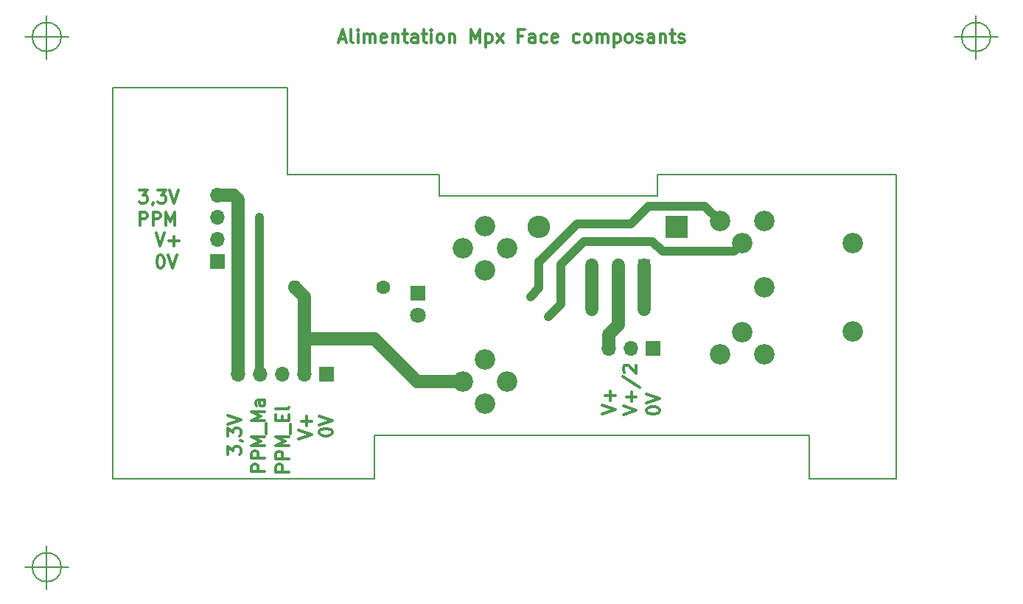
<source format=gbr>
G04 #@! TF.FileFunction,Copper,L1,Top,Signal*
%FSLAX46Y46*%
G04 Gerber Fmt 4.6, Leading zero omitted, Abs format (unit mm)*
G04 Created by KiCad (PCBNEW 4.0.7) date 12/18/17 16:59:21*
%MOMM*%
%LPD*%
G01*
G04 APERTURE LIST*
%ADD10C,0.100000*%
%ADD11C,0.150000*%
%ADD12C,0.300000*%
%ADD13R,2.600000X2.600000*%
%ADD14O,2.600000X2.600000*%
%ADD15R,1.400000X1.400000*%
%ADD16C,1.400000*%
%ADD17C,1.600000*%
%ADD18O,1.600000X1.600000*%
%ADD19C,2.350000*%
%ADD20R,1.800000X1.800000*%
%ADD21C,1.800000*%
%ADD22R,1.700000X1.700000*%
%ADD23O,1.700000X1.700000*%
%ADD24C,1.000000*%
%ADD25C,1.500000*%
%ADD26C,1.000000*%
G04 APERTURE END LIST*
D10*
D11*
X100000000Y-115000000D02*
X100000000Y-70000000D01*
X130000000Y-115000000D02*
X100000000Y-115000000D01*
D12*
X103080000Y-85833571D02*
X103080000Y-84333571D01*
X103651428Y-84333571D01*
X103794286Y-84405000D01*
X103865714Y-84476429D01*
X103937143Y-84619286D01*
X103937143Y-84833571D01*
X103865714Y-84976429D01*
X103794286Y-85047857D01*
X103651428Y-85119286D01*
X103080000Y-85119286D01*
X104580000Y-85833571D02*
X104580000Y-84333571D01*
X105151428Y-84333571D01*
X105294286Y-84405000D01*
X105365714Y-84476429D01*
X105437143Y-84619286D01*
X105437143Y-84833571D01*
X105365714Y-84976429D01*
X105294286Y-85047857D01*
X105151428Y-85119286D01*
X104580000Y-85119286D01*
X106080000Y-85833571D02*
X106080000Y-84333571D01*
X106580000Y-85405000D01*
X107080000Y-84333571D01*
X107080000Y-85833571D01*
X102992715Y-81793571D02*
X103921286Y-81793571D01*
X103421286Y-82365000D01*
X103635572Y-82365000D01*
X103778429Y-82436429D01*
X103849858Y-82507857D01*
X103921286Y-82650714D01*
X103921286Y-83007857D01*
X103849858Y-83150714D01*
X103778429Y-83222143D01*
X103635572Y-83293571D01*
X103207000Y-83293571D01*
X103064143Y-83222143D01*
X102992715Y-83150714D01*
X104635571Y-83222143D02*
X104635571Y-83293571D01*
X104564143Y-83436429D01*
X104492714Y-83507857D01*
X105135572Y-81793571D02*
X106064143Y-81793571D01*
X105564143Y-82365000D01*
X105778429Y-82365000D01*
X105921286Y-82436429D01*
X105992715Y-82507857D01*
X106064143Y-82650714D01*
X106064143Y-83007857D01*
X105992715Y-83150714D01*
X105921286Y-83222143D01*
X105778429Y-83293571D01*
X105349857Y-83293571D01*
X105207000Y-83222143D01*
X105135572Y-83150714D01*
X106492714Y-81793571D02*
X106992714Y-83293571D01*
X107492714Y-81793571D01*
X105381715Y-89286571D02*
X105524572Y-89286571D01*
X105667429Y-89358000D01*
X105738858Y-89429429D01*
X105810287Y-89572286D01*
X105881715Y-89858000D01*
X105881715Y-90215143D01*
X105810287Y-90500857D01*
X105738858Y-90643714D01*
X105667429Y-90715143D01*
X105524572Y-90786571D01*
X105381715Y-90786571D01*
X105238858Y-90715143D01*
X105167429Y-90643714D01*
X105096001Y-90500857D01*
X105024572Y-90215143D01*
X105024572Y-89858000D01*
X105096001Y-89572286D01*
X105167429Y-89429429D01*
X105238858Y-89358000D01*
X105381715Y-89286571D01*
X106310286Y-89286571D02*
X106810286Y-90786571D01*
X107310286Y-89286571D01*
X104921429Y-86746571D02*
X105421429Y-88246571D01*
X105921429Y-86746571D01*
X106421429Y-87675143D02*
X107564286Y-87675143D01*
X106992857Y-88246571D02*
X106992857Y-87103714D01*
X121278571Y-110428571D02*
X122778571Y-109928571D01*
X121278571Y-109428571D01*
X122207143Y-108928571D02*
X122207143Y-107785714D01*
X122778571Y-108357143D02*
X121635714Y-108357143D01*
X156201571Y-107538571D02*
X157701571Y-107038571D01*
X156201571Y-106538571D01*
X157130143Y-106038571D02*
X157130143Y-104895714D01*
X157701571Y-105467143D02*
X156558714Y-105467143D01*
X158614571Y-107641571D02*
X160114571Y-107141571D01*
X158614571Y-106641571D01*
X159543143Y-106141571D02*
X159543143Y-104998714D01*
X160114571Y-105570143D02*
X158971714Y-105570143D01*
X158543143Y-103213000D02*
X160471714Y-104498714D01*
X158757429Y-102784428D02*
X158686000Y-102712999D01*
X158614571Y-102570142D01*
X158614571Y-102212999D01*
X158686000Y-102070142D01*
X158757429Y-101998713D01*
X158900286Y-101927285D01*
X159043143Y-101927285D01*
X159257429Y-101998713D01*
X160114571Y-102855856D01*
X160114571Y-101927285D01*
X161281571Y-107205285D02*
X161281571Y-107062428D01*
X161353000Y-106919571D01*
X161424429Y-106848142D01*
X161567286Y-106776713D01*
X161853000Y-106705285D01*
X162210143Y-106705285D01*
X162495857Y-106776713D01*
X162638714Y-106848142D01*
X162710143Y-106919571D01*
X162781571Y-107062428D01*
X162781571Y-107205285D01*
X162710143Y-107348142D01*
X162638714Y-107419571D01*
X162495857Y-107490999D01*
X162210143Y-107562428D01*
X161853000Y-107562428D01*
X161567286Y-107490999D01*
X161424429Y-107419571D01*
X161353000Y-107348142D01*
X161281571Y-107205285D01*
X161281571Y-106276714D02*
X162781571Y-105776714D01*
X161281571Y-105276714D01*
X123678571Y-109714285D02*
X123678571Y-109571428D01*
X123750000Y-109428571D01*
X123821429Y-109357142D01*
X123964286Y-109285713D01*
X124250000Y-109214285D01*
X124607143Y-109214285D01*
X124892857Y-109285713D01*
X125035714Y-109357142D01*
X125107143Y-109428571D01*
X125178571Y-109571428D01*
X125178571Y-109714285D01*
X125107143Y-109857142D01*
X125035714Y-109928571D01*
X124892857Y-109999999D01*
X124607143Y-110071428D01*
X124250000Y-110071428D01*
X123964286Y-109999999D01*
X123821429Y-109928571D01*
X123750000Y-109857142D01*
X123678571Y-109714285D01*
X123678571Y-108785714D02*
X125178571Y-108285714D01*
X123678571Y-107785714D01*
X117395571Y-114154143D02*
X115895571Y-114154143D01*
X115895571Y-113582715D01*
X115967000Y-113439857D01*
X116038429Y-113368429D01*
X116181286Y-113297000D01*
X116395571Y-113297000D01*
X116538429Y-113368429D01*
X116609857Y-113439857D01*
X116681286Y-113582715D01*
X116681286Y-114154143D01*
X117395571Y-112654143D02*
X115895571Y-112654143D01*
X115895571Y-112082715D01*
X115967000Y-111939857D01*
X116038429Y-111868429D01*
X116181286Y-111797000D01*
X116395571Y-111797000D01*
X116538429Y-111868429D01*
X116609857Y-111939857D01*
X116681286Y-112082715D01*
X116681286Y-112654143D01*
X117395571Y-111154143D02*
X115895571Y-111154143D01*
X116967000Y-110654143D01*
X115895571Y-110154143D01*
X117395571Y-110154143D01*
X117538429Y-109797000D02*
X117538429Y-108654143D01*
X117395571Y-108297000D02*
X115895571Y-108297000D01*
X116967000Y-107797000D01*
X115895571Y-107297000D01*
X117395571Y-107297000D01*
X117395571Y-105939857D02*
X116609857Y-105939857D01*
X116467000Y-106011286D01*
X116395571Y-106154143D01*
X116395571Y-106439857D01*
X116467000Y-106582714D01*
X117324143Y-105939857D02*
X117395571Y-106082714D01*
X117395571Y-106439857D01*
X117324143Y-106582714D01*
X117181286Y-106654143D01*
X117038429Y-106654143D01*
X116895571Y-106582714D01*
X116824143Y-106439857D01*
X116824143Y-106082714D01*
X116752714Y-105939857D01*
X120189571Y-114197857D02*
X118689571Y-114197857D01*
X118689571Y-113626429D01*
X118761000Y-113483571D01*
X118832429Y-113412143D01*
X118975286Y-113340714D01*
X119189571Y-113340714D01*
X119332429Y-113412143D01*
X119403857Y-113483571D01*
X119475286Y-113626429D01*
X119475286Y-114197857D01*
X120189571Y-112697857D02*
X118689571Y-112697857D01*
X118689571Y-112126429D01*
X118761000Y-111983571D01*
X118832429Y-111912143D01*
X118975286Y-111840714D01*
X119189571Y-111840714D01*
X119332429Y-111912143D01*
X119403857Y-111983571D01*
X119475286Y-112126429D01*
X119475286Y-112697857D01*
X120189571Y-111197857D02*
X118689571Y-111197857D01*
X119761000Y-110697857D01*
X118689571Y-110197857D01*
X120189571Y-110197857D01*
X120332429Y-109840714D02*
X120332429Y-108697857D01*
X119403857Y-108340714D02*
X119403857Y-107840714D01*
X120189571Y-107626428D02*
X120189571Y-108340714D01*
X118689571Y-108340714D01*
X118689571Y-107626428D01*
X120189571Y-106769285D02*
X120118143Y-106912143D01*
X119975286Y-106983571D01*
X118689571Y-106983571D01*
X113178571Y-112214285D02*
X113178571Y-111285714D01*
X113750000Y-111785714D01*
X113750000Y-111571428D01*
X113821429Y-111428571D01*
X113892857Y-111357142D01*
X114035714Y-111285714D01*
X114392857Y-111285714D01*
X114535714Y-111357142D01*
X114607143Y-111428571D01*
X114678571Y-111571428D01*
X114678571Y-112000000D01*
X114607143Y-112142857D01*
X114535714Y-112214285D01*
X114607143Y-110571429D02*
X114678571Y-110571429D01*
X114821429Y-110642857D01*
X114892857Y-110714286D01*
X113178571Y-110071428D02*
X113178571Y-109142857D01*
X113750000Y-109642857D01*
X113750000Y-109428571D01*
X113821429Y-109285714D01*
X113892857Y-109214285D01*
X114035714Y-109142857D01*
X114392857Y-109142857D01*
X114535714Y-109214285D01*
X114607143Y-109285714D01*
X114678571Y-109428571D01*
X114678571Y-109857143D01*
X114607143Y-110000000D01*
X114535714Y-110071428D01*
X113178571Y-108714286D02*
X114678571Y-108214286D01*
X113178571Y-107714286D01*
X125978571Y-64450000D02*
X126692857Y-64450000D01*
X125835714Y-64878571D02*
X126335714Y-63378571D01*
X126835714Y-64878571D01*
X127550000Y-64878571D02*
X127407142Y-64807143D01*
X127335714Y-64664286D01*
X127335714Y-63378571D01*
X128121428Y-64878571D02*
X128121428Y-63878571D01*
X128121428Y-63378571D02*
X128049999Y-63450000D01*
X128121428Y-63521429D01*
X128192856Y-63450000D01*
X128121428Y-63378571D01*
X128121428Y-63521429D01*
X128835714Y-64878571D02*
X128835714Y-63878571D01*
X128835714Y-64021429D02*
X128907142Y-63950000D01*
X129050000Y-63878571D01*
X129264285Y-63878571D01*
X129407142Y-63950000D01*
X129478571Y-64092857D01*
X129478571Y-64878571D01*
X129478571Y-64092857D02*
X129550000Y-63950000D01*
X129692857Y-63878571D01*
X129907142Y-63878571D01*
X130050000Y-63950000D01*
X130121428Y-64092857D01*
X130121428Y-64878571D01*
X131407142Y-64807143D02*
X131264285Y-64878571D01*
X130978571Y-64878571D01*
X130835714Y-64807143D01*
X130764285Y-64664286D01*
X130764285Y-64092857D01*
X130835714Y-63950000D01*
X130978571Y-63878571D01*
X131264285Y-63878571D01*
X131407142Y-63950000D01*
X131478571Y-64092857D01*
X131478571Y-64235714D01*
X130764285Y-64378571D01*
X132121428Y-63878571D02*
X132121428Y-64878571D01*
X132121428Y-64021429D02*
X132192856Y-63950000D01*
X132335714Y-63878571D01*
X132549999Y-63878571D01*
X132692856Y-63950000D01*
X132764285Y-64092857D01*
X132764285Y-64878571D01*
X133264285Y-63878571D02*
X133835714Y-63878571D01*
X133478571Y-63378571D02*
X133478571Y-64664286D01*
X133549999Y-64807143D01*
X133692857Y-64878571D01*
X133835714Y-64878571D01*
X134978571Y-64878571D02*
X134978571Y-64092857D01*
X134907142Y-63950000D01*
X134764285Y-63878571D01*
X134478571Y-63878571D01*
X134335714Y-63950000D01*
X134978571Y-64807143D02*
X134835714Y-64878571D01*
X134478571Y-64878571D01*
X134335714Y-64807143D01*
X134264285Y-64664286D01*
X134264285Y-64521429D01*
X134335714Y-64378571D01*
X134478571Y-64307143D01*
X134835714Y-64307143D01*
X134978571Y-64235714D01*
X135478571Y-63878571D02*
X136050000Y-63878571D01*
X135692857Y-63378571D02*
X135692857Y-64664286D01*
X135764285Y-64807143D01*
X135907143Y-64878571D01*
X136050000Y-64878571D01*
X136550000Y-64878571D02*
X136550000Y-63878571D01*
X136550000Y-63378571D02*
X136478571Y-63450000D01*
X136550000Y-63521429D01*
X136621428Y-63450000D01*
X136550000Y-63378571D01*
X136550000Y-63521429D01*
X137478572Y-64878571D02*
X137335714Y-64807143D01*
X137264286Y-64735714D01*
X137192857Y-64592857D01*
X137192857Y-64164286D01*
X137264286Y-64021429D01*
X137335714Y-63950000D01*
X137478572Y-63878571D01*
X137692857Y-63878571D01*
X137835714Y-63950000D01*
X137907143Y-64021429D01*
X137978572Y-64164286D01*
X137978572Y-64592857D01*
X137907143Y-64735714D01*
X137835714Y-64807143D01*
X137692857Y-64878571D01*
X137478572Y-64878571D01*
X138621429Y-63878571D02*
X138621429Y-64878571D01*
X138621429Y-64021429D02*
X138692857Y-63950000D01*
X138835715Y-63878571D01*
X139050000Y-63878571D01*
X139192857Y-63950000D01*
X139264286Y-64092857D01*
X139264286Y-64878571D01*
X141121429Y-64878571D02*
X141121429Y-63378571D01*
X141621429Y-64450000D01*
X142121429Y-63378571D01*
X142121429Y-64878571D01*
X142835715Y-63878571D02*
X142835715Y-65378571D01*
X142835715Y-63950000D02*
X142978572Y-63878571D01*
X143264286Y-63878571D01*
X143407143Y-63950000D01*
X143478572Y-64021429D01*
X143550001Y-64164286D01*
X143550001Y-64592857D01*
X143478572Y-64735714D01*
X143407143Y-64807143D01*
X143264286Y-64878571D01*
X142978572Y-64878571D01*
X142835715Y-64807143D01*
X144050001Y-64878571D02*
X144835715Y-63878571D01*
X144050001Y-63878571D02*
X144835715Y-64878571D01*
X147050001Y-64092857D02*
X146550001Y-64092857D01*
X146550001Y-64878571D02*
X146550001Y-63378571D01*
X147264287Y-63378571D01*
X148478572Y-64878571D02*
X148478572Y-64092857D01*
X148407143Y-63950000D01*
X148264286Y-63878571D01*
X147978572Y-63878571D01*
X147835715Y-63950000D01*
X148478572Y-64807143D02*
X148335715Y-64878571D01*
X147978572Y-64878571D01*
X147835715Y-64807143D01*
X147764286Y-64664286D01*
X147764286Y-64521429D01*
X147835715Y-64378571D01*
X147978572Y-64307143D01*
X148335715Y-64307143D01*
X148478572Y-64235714D01*
X149835715Y-64807143D02*
X149692858Y-64878571D01*
X149407144Y-64878571D01*
X149264286Y-64807143D01*
X149192858Y-64735714D01*
X149121429Y-64592857D01*
X149121429Y-64164286D01*
X149192858Y-64021429D01*
X149264286Y-63950000D01*
X149407144Y-63878571D01*
X149692858Y-63878571D01*
X149835715Y-63950000D01*
X151050000Y-64807143D02*
X150907143Y-64878571D01*
X150621429Y-64878571D01*
X150478572Y-64807143D01*
X150407143Y-64664286D01*
X150407143Y-64092857D01*
X150478572Y-63950000D01*
X150621429Y-63878571D01*
X150907143Y-63878571D01*
X151050000Y-63950000D01*
X151121429Y-64092857D01*
X151121429Y-64235714D01*
X150407143Y-64378571D01*
X153550000Y-64807143D02*
X153407143Y-64878571D01*
X153121429Y-64878571D01*
X152978571Y-64807143D01*
X152907143Y-64735714D01*
X152835714Y-64592857D01*
X152835714Y-64164286D01*
X152907143Y-64021429D01*
X152978571Y-63950000D01*
X153121429Y-63878571D01*
X153407143Y-63878571D01*
X153550000Y-63950000D01*
X154407143Y-64878571D02*
X154264285Y-64807143D01*
X154192857Y-64735714D01*
X154121428Y-64592857D01*
X154121428Y-64164286D01*
X154192857Y-64021429D01*
X154264285Y-63950000D01*
X154407143Y-63878571D01*
X154621428Y-63878571D01*
X154764285Y-63950000D01*
X154835714Y-64021429D01*
X154907143Y-64164286D01*
X154907143Y-64592857D01*
X154835714Y-64735714D01*
X154764285Y-64807143D01*
X154621428Y-64878571D01*
X154407143Y-64878571D01*
X155550000Y-64878571D02*
X155550000Y-63878571D01*
X155550000Y-64021429D02*
X155621428Y-63950000D01*
X155764286Y-63878571D01*
X155978571Y-63878571D01*
X156121428Y-63950000D01*
X156192857Y-64092857D01*
X156192857Y-64878571D01*
X156192857Y-64092857D02*
X156264286Y-63950000D01*
X156407143Y-63878571D01*
X156621428Y-63878571D01*
X156764286Y-63950000D01*
X156835714Y-64092857D01*
X156835714Y-64878571D01*
X157550000Y-63878571D02*
X157550000Y-65378571D01*
X157550000Y-63950000D02*
X157692857Y-63878571D01*
X157978571Y-63878571D01*
X158121428Y-63950000D01*
X158192857Y-64021429D01*
X158264286Y-64164286D01*
X158264286Y-64592857D01*
X158192857Y-64735714D01*
X158121428Y-64807143D01*
X157978571Y-64878571D01*
X157692857Y-64878571D01*
X157550000Y-64807143D01*
X159121429Y-64878571D02*
X158978571Y-64807143D01*
X158907143Y-64735714D01*
X158835714Y-64592857D01*
X158835714Y-64164286D01*
X158907143Y-64021429D01*
X158978571Y-63950000D01*
X159121429Y-63878571D01*
X159335714Y-63878571D01*
X159478571Y-63950000D01*
X159550000Y-64021429D01*
X159621429Y-64164286D01*
X159621429Y-64592857D01*
X159550000Y-64735714D01*
X159478571Y-64807143D01*
X159335714Y-64878571D01*
X159121429Y-64878571D01*
X160192857Y-64807143D02*
X160335714Y-64878571D01*
X160621429Y-64878571D01*
X160764286Y-64807143D01*
X160835714Y-64664286D01*
X160835714Y-64592857D01*
X160764286Y-64450000D01*
X160621429Y-64378571D01*
X160407143Y-64378571D01*
X160264286Y-64307143D01*
X160192857Y-64164286D01*
X160192857Y-64092857D01*
X160264286Y-63950000D01*
X160407143Y-63878571D01*
X160621429Y-63878571D01*
X160764286Y-63950000D01*
X162121429Y-64878571D02*
X162121429Y-64092857D01*
X162050000Y-63950000D01*
X161907143Y-63878571D01*
X161621429Y-63878571D01*
X161478572Y-63950000D01*
X162121429Y-64807143D02*
X161978572Y-64878571D01*
X161621429Y-64878571D01*
X161478572Y-64807143D01*
X161407143Y-64664286D01*
X161407143Y-64521429D01*
X161478572Y-64378571D01*
X161621429Y-64307143D01*
X161978572Y-64307143D01*
X162121429Y-64235714D01*
X162835715Y-63878571D02*
X162835715Y-64878571D01*
X162835715Y-64021429D02*
X162907143Y-63950000D01*
X163050001Y-63878571D01*
X163264286Y-63878571D01*
X163407143Y-63950000D01*
X163478572Y-64092857D01*
X163478572Y-64878571D01*
X163978572Y-63878571D02*
X164550001Y-63878571D01*
X164192858Y-63378571D02*
X164192858Y-64664286D01*
X164264286Y-64807143D01*
X164407144Y-64878571D01*
X164550001Y-64878571D01*
X164978572Y-64807143D02*
X165121429Y-64878571D01*
X165407144Y-64878571D01*
X165550001Y-64807143D01*
X165621429Y-64664286D01*
X165621429Y-64592857D01*
X165550001Y-64450000D01*
X165407144Y-64378571D01*
X165192858Y-64378571D01*
X165050001Y-64307143D01*
X164978572Y-64164286D01*
X164978572Y-64092857D01*
X165050001Y-63950000D01*
X165192858Y-63878571D01*
X165407144Y-63878571D01*
X165550001Y-63950000D01*
D11*
X94046666Y-125160000D02*
G75*
G03X94046666Y-125160000I-1666666J0D01*
G01*
X89880000Y-125160000D02*
X94880000Y-125160000D01*
X92380000Y-122660000D02*
X92380000Y-127660000D01*
X200806666Y-64200000D02*
G75*
G03X200806666Y-64200000I-1666666J0D01*
G01*
X196640000Y-64200000D02*
X201640000Y-64200000D01*
X199140000Y-61700000D02*
X199140000Y-66700000D01*
X94046666Y-64200000D02*
G75*
G03X94046666Y-64200000I-1666666J0D01*
G01*
X89880000Y-64200000D02*
X94880000Y-64200000D01*
X92380000Y-61700000D02*
X92380000Y-66700000D01*
X120000000Y-70000000D02*
X100000000Y-70000000D01*
X120000000Y-80000000D02*
X120000000Y-70000000D01*
X137500000Y-80000000D02*
X120000000Y-80000000D01*
X137500000Y-82500000D02*
X137500000Y-80000000D01*
X162500000Y-82500000D02*
X137500000Y-82500000D01*
X162500000Y-80000000D02*
X162500000Y-82500000D01*
X165000000Y-80000000D02*
X162500000Y-80000000D01*
X190000000Y-80000000D02*
X165000000Y-80000000D01*
X190000000Y-115000000D02*
X190000000Y-80000000D01*
X180000000Y-115000000D02*
X190000000Y-115000000D01*
X180000000Y-110000000D02*
X180000000Y-115000000D01*
X130000000Y-110000000D02*
X180000000Y-110000000D01*
X130000000Y-115000000D02*
X130000000Y-110000000D01*
D13*
X164770000Y-86044000D03*
D14*
X148895000Y-86044000D03*
D15*
X161000000Y-90460000D03*
D16*
X158000000Y-90460000D03*
X155000000Y-90460000D03*
X161000000Y-95540000D03*
X158000000Y-95540000D03*
X155000000Y-95540000D03*
D17*
X131000000Y-93000000D03*
D18*
X120840000Y-93000000D03*
D19*
X142752000Y-91044000D03*
X142752000Y-85964000D03*
X142752000Y-101284000D03*
X142752000Y-106364000D03*
X140212000Y-88504000D03*
X145292000Y-88504000D03*
X140212000Y-103824000D03*
X145292000Y-103824000D03*
X184960000Y-98080000D03*
X184960000Y-87920000D03*
X172260000Y-98160000D03*
X174800000Y-93000000D03*
X172260000Y-87920000D03*
X174800000Y-100700000D03*
X169720000Y-100700000D03*
X174800000Y-85380000D03*
X169720000Y-85380000D03*
D20*
X135000000Y-93700000D03*
D21*
X135000000Y-96240000D03*
D22*
X162000000Y-100000000D03*
D23*
X159460000Y-100000000D03*
X156920000Y-100000000D03*
D22*
X124500000Y-103000000D03*
D23*
X121960000Y-103000000D03*
X119420000Y-103000000D03*
X116880000Y-103000000D03*
X114340000Y-103000000D03*
D22*
X112000000Y-90000000D03*
D23*
X112000000Y-87460000D03*
X112000000Y-84920000D03*
X112000000Y-82380000D03*
D24*
X116844000Y-84920000D03*
X147957000Y-94043000D03*
X150038000Y-96331000D03*
D25*
X161000000Y-95540000D02*
X161000000Y-90460000D01*
X121960000Y-96875000D02*
X121960000Y-94120000D01*
X121960000Y-98900000D02*
X121960000Y-96875000D01*
X121960000Y-94120000D02*
X120840000Y-93000000D01*
X121960000Y-98900000D02*
X130000000Y-98900000D01*
X134924000Y-103824000D02*
X140212000Y-103824000D01*
X130000000Y-98900000D02*
X134924000Y-103824000D01*
X121960000Y-103000000D02*
X121960000Y-98900000D01*
X158000000Y-95540000D02*
X158000000Y-97339000D01*
X156920000Y-98419000D02*
X156920000Y-100000000D01*
X158000000Y-97339000D02*
X156920000Y-98419000D01*
X156920000Y-100000000D02*
X156920000Y-99380000D01*
X158000000Y-95540000D02*
X158000000Y-90460000D01*
X155000000Y-95540000D02*
X155000000Y-90460000D01*
D26*
X116844000Y-84920000D02*
X116844000Y-102964000D01*
X116844000Y-102964000D02*
X116880000Y-103000000D01*
X147957000Y-94043000D02*
X148900000Y-93100000D01*
X149800000Y-89200000D02*
X149800000Y-89156000D01*
X153293000Y-85663000D02*
X159516000Y-85663000D01*
X159516000Y-85663000D02*
X161548000Y-83631000D01*
X167971000Y-83631000D02*
X169720000Y-85380000D01*
X161548000Y-83631000D02*
X167971000Y-83631000D01*
X153293000Y-85663000D02*
X149800000Y-89156000D01*
X148900000Y-93100000D02*
X148900000Y-90056000D01*
X148900000Y-90056000D02*
X148944000Y-90056000D01*
X148944000Y-90056000D02*
X149800000Y-89200000D01*
X171342000Y-88838000D02*
X172260000Y-87920000D01*
X163119000Y-88838000D02*
X171342000Y-88838000D01*
X161976000Y-87695000D02*
X163119000Y-88838000D01*
X154102000Y-87695000D02*
X161976000Y-87695000D01*
X151435000Y-90362000D02*
X154102000Y-87695000D01*
X151435000Y-94934000D02*
X151435000Y-90362000D01*
X150038000Y-96331000D02*
X151435000Y-94934000D01*
D25*
X114340000Y-103000000D02*
X114340000Y-82905000D01*
X113815000Y-82380000D02*
X112000000Y-82380000D01*
X114340000Y-82905000D02*
X113815000Y-82380000D01*
M02*

</source>
